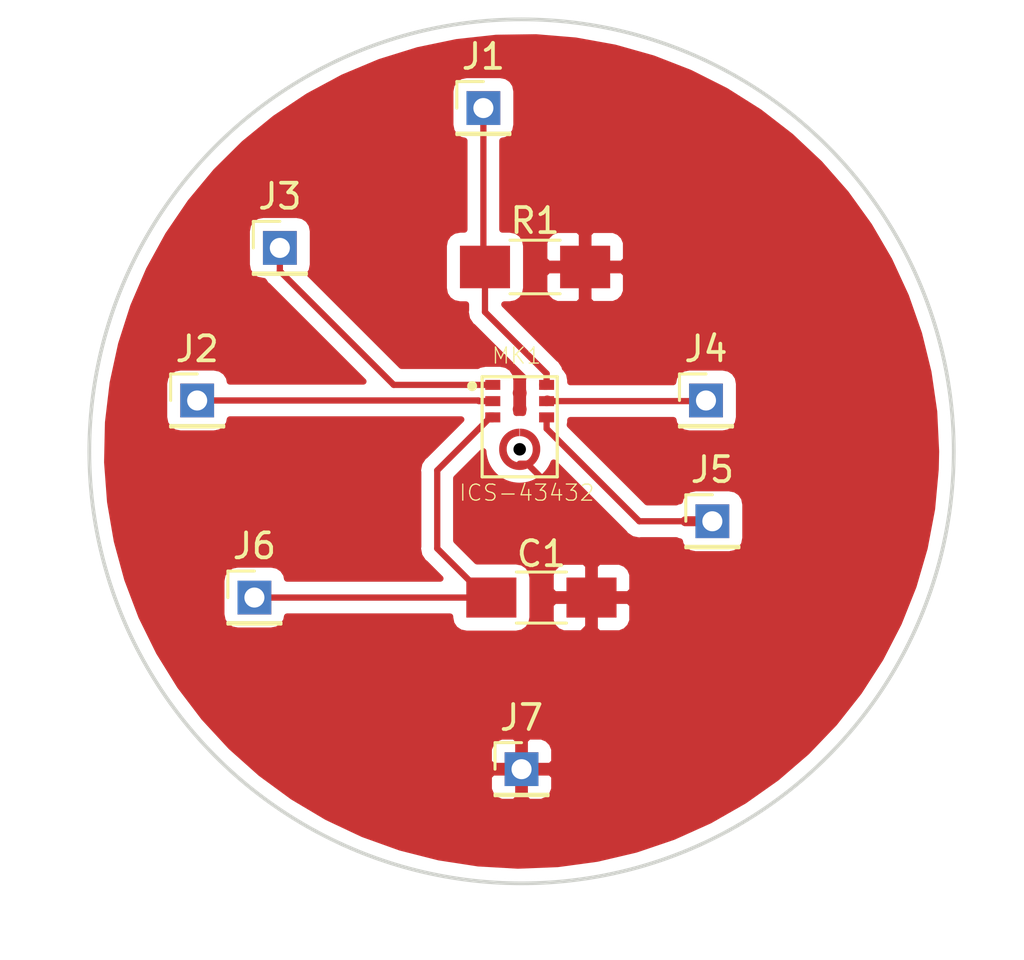
<source format=kicad_pcb>
(kicad_pcb (version 20171130) (host pcbnew 5.0.0-rc2-unknown-2d812c2~65~ubuntu16.04.1)

  (general
    (thickness 1.6)
    (drawings 1)
    (tracks 40)
    (zones 0)
    (modules 10)
    (nets 8)
  )

  (page A4)
  (title_block
    (title "Mems ICS-43432")
    (date 2018-05-23)
    (rev 1.0)
    (company AAC)
    (comment 1 "Author: jgv")
  )

  (layers
    (0 F.Cu signal)
    (31 B.Cu signal)
    (32 B.Adhes user)
    (33 F.Adhes user)
    (34 B.Paste user)
    (35 F.Paste user)
    (36 B.SilkS user)
    (37 F.SilkS user)
    (38 B.Mask user)
    (39 F.Mask user)
    (40 Dwgs.User user)
    (41 Cmts.User user)
    (42 Eco1.User user)
    (43 Eco2.User user)
    (44 Edge.Cuts user)
    (45 Margin user)
    (46 B.CrtYd user)
    (47 F.CrtYd user)
    (48 B.Fab user)
    (49 F.Fab user)
  )

  (setup
    (last_trace_width 0.25)
    (user_trace_width 0.4)
    (trace_clearance 0.2)
    (zone_clearance 0.508)
    (zone_45_only no)
    (trace_min 0.2)
    (segment_width 0.2)
    (edge_width 0.15)
    (via_size 0.6)
    (via_drill 0.4)
    (via_min_size 0.4)
    (via_min_drill 0.3)
    (uvia_size 0.3)
    (uvia_drill 0.1)
    (uvias_allowed no)
    (uvia_min_size 0.2)
    (uvia_min_drill 0.1)
    (pcb_text_width 0)
    (pcb_text_size 0 0)
    (mod_edge_width 0.15)
    (mod_text_size 1 1)
    (mod_text_width 0.15)
    (pad_size 1.524 1.524)
    (pad_drill 0.762)
    (pad_to_mask_clearance 0.2)
    (aux_axis_origin 0 0)
    (visible_elements FFFFFF7F)
    (pcbplotparams
      (layerselection 0x010f0_ffffffff)
      (usegerberextensions true)
      (usegerberattributes false)
      (usegerberadvancedattributes false)
      (creategerberjobfile false)
      (excludeedgelayer true)
      (linewidth 0.100000)
      (plotframeref false)
      (viasonmask false)
      (mode 1)
      (useauxorigin false)
      (hpglpennumber 1)
      (hpglpenspeed 20)
      (hpglpendiameter 15)
      (psnegative false)
      (psa4output false)
      (plotreference true)
      (plotvalue false)
      (plotinvisibletext false)
      (padsonsilk false)
      (subtractmaskfromsilk false)
      (outputformat 1)
      (mirror false)
      (drillshape 0)
      (scaleselection 1)
      (outputdirectory GERBER/))
  )

  (net 0 "")
  (net 1 GND)
  (net 2 VCC)
  (net 3 "Net-(J1-Pad1)")
  (net 4 "Net-(J2-Pad1)")
  (net 5 "Net-(J3-Pad1)")
  (net 6 "Net-(J4-Pad1)")
  (net 7 "Net-(J5-Pad1)")

  (net_class Default "This is the default net class."
    (clearance 0.2)
    (trace_width 0.25)
    (via_dia 0.6)
    (via_drill 0.4)
    (uvia_dia 0.3)
    (uvia_drill 0.1)
    (add_net GND)
    (add_net "Net-(J1-Pad1)")
    (add_net "Net-(J2-Pad1)")
    (add_net "Net-(J3-Pad1)")
    (add_net "Net-(J4-Pad1)")
    (add_net "Net-(J5-Pad1)")
    (add_net VCC)
  )

  (module ICS-43432:MIC_ICS-43432 (layer F.Cu) (tedit 0) (tstamp 5B05D589)
    (at 157.914484 99.847382)
    (path /5B034021)
    (attr smd)
    (fp_text reference MK1 (at -0.125041 -1.81571) (layer F.SilkS)
      (effects (font (size 0.643294 0.643294) (thickness 0.05)))
    )
    (fp_text value ICS-43432 (at 0.283439 3.66222) (layer F.SilkS)
      (effects (font (size 0.64327 0.64327) (thickness 0.05)))
    )
    (fp_line (start 1.5 -0.975) (end 1.5 3.025) (layer Dwgs.User) (width 0.127))
    (fp_line (start 1.5 3.025) (end -1.5 3.025) (layer Dwgs.User) (width 0.127))
    (fp_line (start -1.5 3.025) (end -1.5 -0.975) (layer Dwgs.User) (width 0.127))
    (fp_line (start -1.5 -0.975) (end 1.5 -0.975) (layer Dwgs.User) (width 0.127))
    (fp_line (start 1.5 -0.975) (end 1.5 3.025) (layer F.SilkS) (width 0.127))
    (fp_line (start 1.5 3.025) (end -1.5 3.025) (layer F.SilkS) (width 0.127))
    (fp_line (start -1.5 3.025) (end -1.5 -0.975) (layer F.SilkS) (width 0.127))
    (fp_line (start -1.5 -0.975) (end 1.5 -0.975) (layer F.SilkS) (width 0.127))
    (fp_line (start 1.75 -1.225) (end 1.75 3.275) (layer Dwgs.User) (width 0.05))
    (fp_line (start 1.75 3.275) (end -1.75 3.275) (layer Dwgs.User) (width 0.05))
    (fp_line (start -1.75 3.275) (end -1.75 -1.225) (layer Dwgs.User) (width 0.05))
    (fp_line (start -1.75 -1.225) (end 1.75 -1.225) (layer Dwgs.User) (width 0.05))
    (fp_circle (center -1.9 -0.6) (end -1.8 -0.6) (layer F.SilkS) (width 0.2))
    (fp_poly (pts (xy -0.825 -0.8) (xy -0.825 -0.5) (xy -1.325 -0.5) (xy -1.325 -0.8)) (layer F.Paste) (width 0.0001))
    (fp_poly (pts (xy -0.825 -0.15) (xy -0.825 0.15) (xy -1.325 0.15) (xy -1.325 -0.15)) (layer F.Paste) (width 0.0001))
    (fp_poly (pts (xy -0.825 0.5) (xy -0.825 0.8) (xy -1.325 0.8) (xy -1.325 0.5)) (layer F.Paste) (width 0.0001))
    (fp_poly (pts (xy 1.325 -0.8) (xy 1.325 -0.5) (xy 0.825 -0.5) (xy 0.825 -0.8)) (layer F.Paste) (width 0.0001))
    (fp_poly (pts (xy 1.325 -0.15) (xy 1.325 0.15) (xy 0.825 0.15) (xy 0.825 -0.15)) (layer F.Paste) (width 0.0001))
    (fp_poly (pts (xy 1.325 0.5) (xy 1.325 0.8) (xy 0.825 0.8) (xy 0.825 0.5)) (layer F.Paste) (width 0.0001))
    (fp_poly (pts (xy 0.05 1.345) (xy 0.065392 1.34634) (xy 0.092184 1.34995) (xy 0.118778 1.3548)
      (xy 0.145119 1.36088) (xy 0.171148 1.36818) (xy 0.196809 1.37668) (xy 0.222047 1.38637)
      (xy 0.246806 1.39722) (xy 0.271034 1.40921) (xy 0.294678 1.42232) (xy 0.317687 1.43651)
      (xy 0.34001 1.45176) (xy 0.3616 1.46803) (xy 0.382409 1.48528) (xy 0.402393 1.50349)
      (xy 0.421509 1.5226) (xy 0.439714 1.54259) (xy 0.45697 1.5634) (xy 0.473239 1.58499)
      (xy 0.488486 1.60731) (xy 0.502678 1.63032) (xy 0.515784 1.65396) (xy 0.527776 1.67819)
      (xy 0.538628 1.70295) (xy 0.548316 1.72819) (xy 0.556819 1.75385) (xy 0.564119 1.77988)
      (xy 0.5702 1.80622) (xy 0.575049 1.83281) (xy 0.578656 1.8596) (xy 0.58 1.875)
      (xy 0.82 1.875) (xy 0.819526 1.8608) (xy 0.81611 1.82067) (xy 0.810691 1.78077)
      (xy 0.803283 1.74118) (xy 0.793905 1.70202) (xy 0.78258 1.66337) (xy 0.769337 1.62534)
      (xy 0.754208 1.58802) (xy 0.737231 1.55151) (xy 0.71845 1.51588) (xy 0.69791 1.48124)
      (xy 0.675664 1.44768) (xy 0.651767 1.41526) (xy 0.626278 1.38408) (xy 0.599263 1.35422)
      (xy 0.570787 1.32574) (xy 0.540923 1.29873) (xy 0.509745 1.27324) (xy 0.477332 1.24934)
      (xy 0.443764 1.22709) (xy 0.409125 1.20655) (xy 0.373502 1.18777) (xy 0.336985 1.1708)
      (xy 0.299664 1.15567) (xy 0.261634 1.14242) (xy 0.222988 1.1311) (xy 0.183825 1.12172)
      (xy 0.144242 1.11431) (xy 0.104337 1.10889) (xy 0.064212 1.10547) (xy 0.05 1.105)) (layer F.Paste) (width 0.001))
    (fp_poly (pts (xy -0.58 1.875) (xy -0.578657 1.85961) (xy -0.57505 1.83282) (xy -0.570201 1.80622)
      (xy -0.56412 1.77988) (xy -0.55682 1.75385) (xy -0.548317 1.72819) (xy -0.538629 1.70295)
      (xy -0.527778 1.67819) (xy -0.515786 1.65397) (xy -0.502681 1.63032) (xy -0.488489 1.60731)
      (xy -0.473242 1.58499) (xy -0.456973 1.5634) (xy -0.439717 1.54259) (xy -0.421512 1.52261)
      (xy -0.402397 1.50349) (xy -0.382413 1.48529) (xy -0.361604 1.46803) (xy -0.340014 1.45176)
      (xy -0.317691 1.43651) (xy -0.294682 1.42232) (xy -0.271039 1.40922) (xy -0.246811 1.39722)
      (xy -0.222051 1.38637) (xy -0.196814 1.37668) (xy -0.171152 1.36818) (xy -0.145124 1.36088)
      (xy -0.118783 1.3548) (xy -0.092189 1.34995) (xy -0.065397 1.34634) (xy -0.05 1.345)
      (xy -0.05 1.105) (xy -0.064203 1.10547) (xy -0.104329 1.10889) (xy -0.144233 1.11431)
      (xy -0.183817 1.12172) (xy -0.22298 1.13109) (xy -0.261626 1.14242) (xy -0.299657 1.15566)
      (xy -0.336977 1.17079) (xy -0.373495 1.18777) (xy -0.409118 1.20655) (xy -0.443757 1.22709)
      (xy -0.477325 1.24934) (xy -0.509739 1.27323) (xy -0.540917 1.29872) (xy -0.570781 1.32574)
      (xy -0.599257 1.35421) (xy -0.626273 1.38408) (xy -0.651762 1.41525) (xy -0.675659 1.44767)
      (xy -0.697906 1.48124) (xy -0.718446 1.51587) (xy -0.737228 1.5515) (xy -0.754205 1.58801)
      (xy -0.769334 1.62534) (xy -0.782578 1.66337) (xy -0.793903 1.70201) (xy -0.803281 1.74117)
      (xy -0.810689 1.78076) (xy -0.816109 1.82066) (xy -0.819525 1.86079) (xy -0.82 1.875)) (layer F.Paste) (width 0.001))
    (fp_poly (pts (xy -0.05 2.505) (xy -0.065392 2.50366) (xy -0.092184 2.50005) (xy -0.118778 2.4952)
      (xy -0.145119 2.48912) (xy -0.171148 2.48182) (xy -0.196809 2.47332) (xy -0.222047 2.46363)
      (xy -0.246806 2.45278) (xy -0.271034 2.44079) (xy -0.294678 2.42768) (xy -0.317687 2.41349)
      (xy -0.34001 2.39824) (xy -0.3616 2.38197) (xy -0.382409 2.36472) (xy -0.402393 2.34651)
      (xy -0.421509 2.3274) (xy -0.439714 2.30741) (xy -0.45697 2.2866) (xy -0.473239 2.26501)
      (xy -0.488486 2.24269) (xy -0.502678 2.21968) (xy -0.515784 2.19604) (xy -0.527776 2.17181)
      (xy -0.538628 2.14705) (xy -0.548316 2.12181) (xy -0.556819 2.09615) (xy -0.564119 2.07012)
      (xy -0.5702 2.04378) (xy -0.575049 2.01719) (xy -0.578656 1.9904) (xy -0.58 1.975)
      (xy -0.82 1.975) (xy -0.819526 1.9892) (xy -0.81611 2.02933) (xy -0.810691 2.06923)
      (xy -0.803283 2.10882) (xy -0.793905 2.14798) (xy -0.78258 2.18663) (xy -0.769337 2.22466)
      (xy -0.754208 2.26198) (xy -0.737231 2.29849) (xy -0.71845 2.33412) (xy -0.69791 2.36876)
      (xy -0.675664 2.40232) (xy -0.651767 2.43474) (xy -0.626278 2.46592) (xy -0.599263 2.49578)
      (xy -0.570787 2.52426) (xy -0.540923 2.55127) (xy -0.509745 2.57676) (xy -0.477332 2.60066)
      (xy -0.443764 2.62291) (xy -0.409125 2.64345) (xy -0.373502 2.66223) (xy -0.336985 2.6792)
      (xy -0.299664 2.69433) (xy -0.261634 2.70758) (xy -0.222988 2.7189) (xy -0.183825 2.72828)
      (xy -0.144242 2.73569) (xy -0.104337 2.74111) (xy -0.064212 2.74453) (xy -0.05 2.745)) (layer F.Paste) (width 0.001))
    (fp_poly (pts (xy 0.58 1.975) (xy 0.578657 1.99039) (xy 0.57505 2.01718) (xy 0.570201 2.04378)
      (xy 0.56412 2.07012) (xy 0.55682 2.09615) (xy 0.548317 2.12181) (xy 0.538629 2.14705)
      (xy 0.527778 2.17181) (xy 0.515786 2.19603) (xy 0.502681 2.21968) (xy 0.488489 2.24269)
      (xy 0.473242 2.26501) (xy 0.456973 2.2866) (xy 0.439717 2.30741) (xy 0.421512 2.32739)
      (xy 0.402397 2.34651) (xy 0.382413 2.36471) (xy 0.361604 2.38197) (xy 0.340014 2.39824)
      (xy 0.317691 2.41349) (xy 0.294682 2.42768) (xy 0.271039 2.44078) (xy 0.246811 2.45278)
      (xy 0.222051 2.46363) (xy 0.196814 2.47332) (xy 0.171152 2.48182) (xy 0.145124 2.48912)
      (xy 0.118783 2.4952) (xy 0.092189 2.50005) (xy 0.065397 2.50366) (xy 0.05 2.505)
      (xy 0.05 2.745) (xy 0.064203 2.74453) (xy 0.104329 2.74111) (xy 0.144233 2.73569)
      (xy 0.183817 2.72828) (xy 0.22298 2.71891) (xy 0.261626 2.70758) (xy 0.299657 2.69434)
      (xy 0.336977 2.67921) (xy 0.373495 2.66223) (xy 0.409118 2.64345) (xy 0.443757 2.62291)
      (xy 0.477325 2.60066) (xy 0.509739 2.57677) (xy 0.540917 2.55128) (xy 0.570781 2.52426)
      (xy 0.599257 2.49579) (xy 0.626273 2.46592) (xy 0.651762 2.43475) (xy 0.675659 2.40233)
      (xy 0.697906 2.36876) (xy 0.718446 2.33413) (xy 0.737228 2.2985) (xy 0.754205 2.26199)
      (xy 0.769334 2.22466) (xy 0.782578 2.18663) (xy 0.793903 2.14799) (xy 0.803281 2.10883)
      (xy 0.810689 2.06924) (xy 0.816109 2.02934) (xy 0.819525 1.98921) (xy 0.82 1.975)) (layer F.Paste) (width 0.001))
    (fp_poly (pts (xy -0.01 1.1) (xy -0.01 1.4) (xy -0.02 1.4) (xy -0.03309 1.4)
      (xy -0.05924 1.40137) (xy -0.085283 1.40411) (xy -0.111146 1.4082) (xy -0.13676 1.41365)
      (xy -0.162053 1.42043) (xy -0.186958 1.42852) (xy -0.211405 1.4379) (xy -0.235327 1.44855)
      (xy -0.258658 1.46044) (xy -0.281336 1.47353) (xy -0.303298 1.48779) (xy -0.324483 1.50319)
      (xy -0.344833 1.51966) (xy -0.364293 1.53719) (xy -0.382809 1.5557) (xy -0.400331 1.57516)
      (xy -0.416811 1.59551) (xy -0.432203 1.6167) (xy -0.446465 1.63866) (xy -0.459558 1.66134)
      (xy -0.471446 1.68467) (xy -0.482097 1.70859) (xy -0.491481 1.73304) (xy -0.499573 1.75794)
      (xy -0.506351 1.78323) (xy -0.511795 1.80885) (xy -0.515892 1.83471) (xy -0.518629 1.86075)
      (xy -0.52 1.8869) (xy -0.52 1.9) (xy -0.52 1.93) (xy -0.52 1.94361)
      (xy -0.518575 1.97081) (xy -0.515728 1.99789) (xy -0.511468 2.02479) (xy -0.505806 2.05143)
      (xy -0.498758 2.07774) (xy -0.490343 2.10364) (xy -0.480583 2.12906) (xy -0.469507 2.15394)
      (xy -0.457143 2.1782) (xy -0.443526 2.20179) (xy -0.428694 2.22463) (xy -0.412687 2.24666)
      (xy -0.395549 2.26783) (xy -0.377326 2.28806) (xy -0.358069 2.30732) (xy -0.337831 2.32554)
      (xy -0.316667 2.34268) (xy -0.294635 2.35869) (xy -0.271795 2.37352) (xy -0.24821 2.38714)
      (xy -0.223945 2.3995) (xy -0.199066 2.41058) (xy -0.173642 2.42034) (xy -0.147742 2.42876)
      (xy -0.121436 2.4358) (xy -0.094798 2.44147) (xy -0.0679 2.44573) (xy -0.040816 2.44857)
      (xy -0.01362 2.45) (xy 0 2.45) (xy 0.01 2.45) (xy 0.023352 2.45)
      (xy 0.050025 2.4486) (xy 0.076588 2.44581) (xy 0.102969 2.44163) (xy 0.129095 2.43608)
      (xy 0.154895 2.42917) (xy 0.180297 2.42091) (xy 0.205233 2.41134) (xy 0.229633 2.40048)
      (xy 0.253432 2.38835) (xy 0.276563 2.375) (xy 0.298964 2.36045) (xy 0.320572 2.34475)
      (xy 0.34133 2.32794) (xy 0.361179 2.31007) (xy 0.380066 2.29118) (xy 0.397938 2.27133)
      (xy 0.414747 2.25058) (xy 0.430447 2.22897) (xy 0.444994 2.20657) (xy 0.458349 2.18344)
      (xy 0.470475 2.15964) (xy 0.481339 2.13524) (xy 0.490911 2.1103) (xy 0.499165 2.0849)
      (xy 0.506078 2.0591) (xy 0.511631 2.03297) (xy 0.51581 2.00659) (xy 0.518602 1.98003)
      (xy 0.52 1.95336) (xy 0.52 1.94) (xy 0.52 1.91) (xy 0.52 1.89665)
      (xy 0.518602 1.86998) (xy 0.515811 1.84341) (xy 0.511632 1.81703) (xy 0.506079 1.79091)
      (xy 0.499166 1.76511) (xy 0.490913 1.7397) (xy 0.481341 1.71477) (xy 0.470478 1.69037)
      (xy 0.458352 1.66657) (xy 0.444997 1.64344) (xy 0.43045 1.62104) (xy 0.414751 1.59943)
      (xy 0.397942 1.57867) (xy 0.38007 1.55882) (xy 0.361183 1.53993) (xy 0.341334 1.52206)
      (xy 0.320577 1.50525) (xy 0.298969 1.48955) (xy 0.276568 1.47501) (xy 0.253437 1.46165)
      (xy 0.229639 1.44953) (xy 0.205238 1.43866) (xy 0.180303 1.42909) (xy 0.1549 1.42084)
      (xy 0.129101 1.41392) (xy 0.102975 1.40837) (xy 0.076594 1.40419) (xy 0.050031 1.4014)
      (xy 0.023358 1.4) (xy 0.01 1.4) (xy 0.01 1.1) (xy 0.02 1.1)
      (xy 0.040944 1.1) (xy 0.082784 1.10219) (xy 0.124452 1.10657) (xy 0.165834 1.11313)
      (xy 0.206816 1.12184) (xy 0.247286 1.13268) (xy 0.287132 1.14563) (xy 0.326247 1.16064)
      (xy 0.364523 1.17768) (xy 0.401854 1.1967) (xy 0.438138 1.21765) (xy 0.473276 1.24047)
      (xy 0.507172 1.2651) (xy 0.539733 1.29146) (xy 0.570869 1.3195) (xy 0.600495 1.34912)
      (xy 0.62853 1.38026) (xy 0.654897 1.41282) (xy 0.679524 1.44672) (xy 0.702343 1.48185)
      (xy 0.723292 1.51814) (xy 0.742314 1.55547) (xy 0.759355 1.59374) (xy 0.77437 1.63286)
      (xy 0.787317 1.67271) (xy 0.798161 1.71318) (xy 0.806873 1.75416) (xy 0.813427 1.79554)
      (xy 0.817807 1.83721) (xy 0.82 1.87905) (xy 0.82 1.9) (xy 0.82 1.93)
      (xy 0.82 1.95147) (xy 0.817753 1.99435) (xy 0.813264 2.03706) (xy 0.806546 2.07948)
      (xy 0.797618 2.12149) (xy 0.786503 2.16297) (xy 0.773233 2.20381) (xy 0.757843 2.2439)
      (xy 0.740376 2.28314) (xy 0.720879 2.3214) (xy 0.699407 2.35859) (xy 0.676018 2.39461)
      (xy 0.650776 2.42935) (xy 0.62375 2.46273) (xy 0.595014 2.49464) (xy 0.564648 2.52501)
      (xy 0.532734 2.55374) (xy 0.499359 2.58077) (xy 0.464616 2.60601) (xy 0.4286 2.6294)
      (xy 0.391409 2.65087) (xy 0.353144 2.67037) (xy 0.313912 2.68784) (xy 0.27382 2.70323)
      (xy 0.232977 2.7165) (xy 0.191496 2.72762) (xy 0.149489 2.73654) (xy 0.107073 2.74326)
      (xy 0.064363 2.74775) (xy 0.021477 2.75) (xy 0 2.75) (xy -0.01 2.75)
      (xy -0.031206 2.75) (xy -0.073569 2.74778) (xy -0.115758 2.74335) (xy -0.157657 2.73671)
      (xy -0.199151 2.72789) (xy -0.240127 2.71691) (xy -0.280472 2.7038) (xy -0.320075 2.6886)
      (xy -0.358829 2.67135) (xy -0.396627 2.65209) (xy -0.433365 2.63088) (xy -0.468942 2.60777)
      (xy -0.503262 2.58284) (xy -0.536229 2.55614) (xy -0.567755 2.52776) (xy -0.597751 2.49776)
      (xy -0.626137 2.46624) (xy -0.652833 2.43327) (xy -0.677768 2.39895) (xy -0.700873 2.36337)
      (xy -0.722083 2.32664) (xy -0.741342 2.28884) (xy -0.758597 2.25008) (xy -0.7738 2.21048)
      (xy -0.786909 2.17014) (xy -0.797888 2.12916) (xy -0.806708 2.08767) (xy -0.813345 2.04577)
      (xy -0.817779 2.00358) (xy -0.82 1.96122) (xy -0.82 1.94) (xy -0.82 1.91)
      (xy -0.82 1.88879) (xy -0.81778 1.84643) (xy -0.813346 1.80424) (xy -0.80671 1.76234)
      (xy -0.797891 1.72085) (xy -0.786911 1.67987) (xy -0.773803 1.63953) (xy -0.758601 1.59992)
      (xy -0.741347 1.56117) (xy -0.722088 1.52337) (xy -0.700878 1.48664) (xy -0.677774 1.45106)
      (xy -0.652839 1.41674) (xy -0.626143 1.38377) (xy -0.597758 1.35225) (xy -0.567762 1.32225)
      (xy -0.536237 1.29386) (xy -0.50327 1.26717) (xy -0.46895 1.24223) (xy -0.433373 1.21913)
      (xy -0.396635 1.19792) (xy -0.358838 1.17866) (xy -0.320084 1.1614) (xy -0.280481 1.1462)
      (xy -0.240136 1.13309) (xy -0.19916 1.12211) (xy -0.157666 1.11329) (xy -0.115767 1.10666)
      (xy -0.073579 1.10222) (xy -0.031215 1.1)) (layer F.Cu) (width 0.001))
    (pad 1 smd rect (at -1.075 -0.65) (size 0.6 0.4) (layers F.Cu F.Paste F.Mask)
      (net 5 "Net-(J3-Pad1)"))
    (pad 4 smd rect (at 0 2.5 270) (size 0.1 0.1) (layers F.Cu F.Paste F.Mask)
      (net 1 GND))
    (pad 2 smd rect (at -1.075 0) (size 0.6 0.4) (layers F.Cu F.Paste F.Mask)
      (net 4 "Net-(J2-Pad1)"))
    (pad 3 smd rect (at -1.075 0.65) (size 0.6 0.4) (layers F.Cu F.Paste F.Mask)
      (net 2 VCC))
    (pad 7 smd rect (at 1.075 -0.65) (size 0.6 0.4) (layers F.Cu F.Paste F.Mask)
      (net 3 "Net-(J1-Pad1)"))
    (pad 6 smd rect (at 1.075 0) (size 0.6 0.4) (layers F.Cu F.Paste F.Mask)
      (net 6 "Net-(J4-Pad1)"))
    (pad 5 smd rect (at 1.075 0.65) (size 0.6 0.4) (layers F.Cu F.Paste F.Mask)
      (net 7 "Net-(J5-Pad1)"))
    (pad Hole np_thru_hole circle (at 0 1.925) (size 0.5 0.5) (drill 0.5) (layers))
  )

  (module Capacitors_SMD:C_1206_HandSoldering (layer F.Cu) (tedit 58AA84D1) (tstamp 5B05D4D2)
    (at 158.782 107.696)
    (descr "Capacitor SMD 1206, hand soldering")
    (tags "capacitor 1206")
    (path /5B034554)
    (attr smd)
    (fp_text reference C1 (at 0 -1.75) (layer F.SilkS)
      (effects (font (size 1 1) (thickness 0.15)))
    )
    (fp_text value 0.1uF (at 0 2) (layer F.Fab)
      (effects (font (size 1 1) (thickness 0.15)))
    )
    (fp_line (start 3.25 1.05) (end -3.25 1.05) (layer F.CrtYd) (width 0.05))
    (fp_line (start 3.25 1.05) (end 3.25 -1.05) (layer F.CrtYd) (width 0.05))
    (fp_line (start -3.25 -1.05) (end -3.25 1.05) (layer F.CrtYd) (width 0.05))
    (fp_line (start -3.25 -1.05) (end 3.25 -1.05) (layer F.CrtYd) (width 0.05))
    (fp_line (start -1 1.02) (end 1 1.02) (layer F.SilkS) (width 0.12))
    (fp_line (start 1 -1.02) (end -1 -1.02) (layer F.SilkS) (width 0.12))
    (fp_line (start -1.6 -0.8) (end 1.6 -0.8) (layer F.Fab) (width 0.1))
    (fp_line (start 1.6 -0.8) (end 1.6 0.8) (layer F.Fab) (width 0.1))
    (fp_line (start 1.6 0.8) (end -1.6 0.8) (layer F.Fab) (width 0.1))
    (fp_line (start -1.6 0.8) (end -1.6 -0.8) (layer F.Fab) (width 0.1))
    (fp_text user %R (at 0 -1.75) (layer F.Fab)
      (effects (font (size 1 1) (thickness 0.15)))
    )
    (pad 2 smd rect (at 2 0) (size 2 1.6) (layers F.Cu F.Paste F.Mask)
      (net 1 GND))
    (pad 1 smd rect (at -2 0) (size 2 1.6) (layers F.Cu F.Paste F.Mask)
      (net 2 VCC))
    (model Capacitors_SMD.3dshapes/C_1206.wrl
      (at (xyz 0 0 0))
      (scale (xyz 1 1 1))
      (rotate (xyz 0 0 0))
    )
  )

  (module Pin_Headers:Pin_Header_Straight_1x01_Pitch2.00mm (layer F.Cu) (tedit 5B05F4CD) (tstamp 5B05E637)
    (at 156.464 88.138)
    (descr "Through hole straight pin header, 1x01, 2.00mm pitch, single row")
    (tags "Through hole pin header THT 1x01 2.00mm single row")
    (path /5B0350A3)
    (fp_text reference J1 (at 0 -2.06) (layer F.SilkS)
      (effects (font (size 1 1) (thickness 0.15)))
    )
    (fp_text value SD (at 0 2.54) (layer F.Fab)
      (effects (font (size 1 1) (thickness 0.15)))
    )
    (fp_line (start -0.5 -1) (end 1 -1) (layer F.Fab) (width 0.1))
    (fp_line (start 1 -1) (end 1 1) (layer F.Fab) (width 0.1))
    (fp_line (start 1 1) (end -1 1) (layer F.Fab) (width 0.1))
    (fp_line (start -1 1) (end -1 -0.5) (layer F.Fab) (width 0.1))
    (fp_line (start -1 -0.5) (end -0.5 -1) (layer F.Fab) (width 0.1))
    (fp_line (start -1.06 1.06) (end 1.06 1.06) (layer F.SilkS) (width 0.12))
    (fp_line (start -1.06 1) (end -1.06 1.06) (layer F.SilkS) (width 0.12))
    (fp_line (start 1.06 1) (end 1.06 1.06) (layer F.SilkS) (width 0.12))
    (fp_line (start -1.06 1) (end 1.06 1) (layer F.SilkS) (width 0.12))
    (fp_line (start -1.06 0) (end -1.06 -1.06) (layer F.SilkS) (width 0.12))
    (fp_line (start -1.06 -1.06) (end 0 -1.06) (layer F.SilkS) (width 0.12))
    (fp_line (start -1.5 -1.5) (end -1.5 1.5) (layer F.CrtYd) (width 0.05))
    (fp_line (start -1.5 1.5) (end 1.5 1.5) (layer F.CrtYd) (width 0.05))
    (fp_line (start 1.5 1.5) (end 1.5 -1.5) (layer F.CrtYd) (width 0.05))
    (fp_line (start 1.5 -1.5) (end -1.5 -1.5) (layer F.CrtYd) (width 0.05))
    (fp_text user %R (at 0 0 90) (layer F.Fab)
      (effects (font (size 1 1) (thickness 0.15)))
    )
    (pad 1 thru_hole rect (at 0 0) (size 1.35 1.35) (drill 0.8) (layers *.Cu *.Mask)
      (net 3 "Net-(J1-Pad1)"))
    (model ${KISYS3DMOD}/Pin_Headers.3dshapes/Pin_Header_Straight_1x01_Pitch2.00mm.wrl
      (at (xyz 0 0 0))
      (scale (xyz 1 1 1))
      (rotate (xyz 0 0 0))
    )
  )

  (module Pin_Headers:Pin_Header_Straight_1x01_Pitch2.00mm (layer F.Cu) (tedit 5B05F4D9) (tstamp 5B05D4FC)
    (at 145.034 99.822)
    (descr "Through hole straight pin header, 1x01, 2.00mm pitch, single row")
    (tags "Through hole pin header THT 1x01 2.00mm single row")
    (path /5B034F96)
    (fp_text reference J2 (at 0 -2.06) (layer F.SilkS)
      (effects (font (size 1 1) (thickness 0.15)))
    )
    (fp_text value CONFIG (at 0 2.54) (layer F.Fab)
      (effects (font (size 1 1) (thickness 0.15)))
    )
    (fp_line (start -0.5 -1) (end 1 -1) (layer F.Fab) (width 0.1))
    (fp_line (start 1 -1) (end 1 1) (layer F.Fab) (width 0.1))
    (fp_line (start 1 1) (end -1 1) (layer F.Fab) (width 0.1))
    (fp_line (start -1 1) (end -1 -0.5) (layer F.Fab) (width 0.1))
    (fp_line (start -1 -0.5) (end -0.5 -1) (layer F.Fab) (width 0.1))
    (fp_line (start -1.06 1.06) (end 1.06 1.06) (layer F.SilkS) (width 0.12))
    (fp_line (start -1.06 1) (end -1.06 1.06) (layer F.SilkS) (width 0.12))
    (fp_line (start 1.06 1) (end 1.06 1.06) (layer F.SilkS) (width 0.12))
    (fp_line (start -1.06 1) (end 1.06 1) (layer F.SilkS) (width 0.12))
    (fp_line (start -1.06 0) (end -1.06 -1.06) (layer F.SilkS) (width 0.12))
    (fp_line (start -1.06 -1.06) (end 0 -1.06) (layer F.SilkS) (width 0.12))
    (fp_line (start -1.5 -1.5) (end -1.5 1.5) (layer F.CrtYd) (width 0.05))
    (fp_line (start -1.5 1.5) (end 1.5 1.5) (layer F.CrtYd) (width 0.05))
    (fp_line (start 1.5 1.5) (end 1.5 -1.5) (layer F.CrtYd) (width 0.05))
    (fp_line (start 1.5 -1.5) (end -1.5 -1.5) (layer F.CrtYd) (width 0.05))
    (fp_text user %R (at 0 0 90) (layer F.Fab)
      (effects (font (size 1 1) (thickness 0.15)))
    )
    (pad 1 thru_hole rect (at 0 0) (size 1.35 1.35) (drill 0.8) (layers *.Cu *.Mask)
      (net 4 "Net-(J2-Pad1)"))
    (model ${KISYS3DMOD}/Pin_Headers.3dshapes/Pin_Header_Straight_1x01_Pitch2.00mm.wrl
      (at (xyz 0 0 0))
      (scale (xyz 1 1 1))
      (rotate (xyz 0 0 0))
    )
  )

  (module Pin_Headers:Pin_Header_Straight_1x01_Pitch2.00mm (layer F.Cu) (tedit 5B05F4F7) (tstamp 5B05D511)
    (at 148.336 93.726)
    (descr "Through hole straight pin header, 1x01, 2.00mm pitch, single row")
    (tags "Through hole pin header THT 1x01 2.00mm single row")
    (path /5B034E17)
    (fp_text reference J3 (at 0 -2.06) (layer F.SilkS)
      (effects (font (size 1 1) (thickness 0.15)))
    )
    (fp_text value LR (at 0 2.54) (layer F.Fab)
      (effects (font (size 1 1) (thickness 0.15)))
    )
    (fp_text user %R (at 0 0 90) (layer F.Fab)
      (effects (font (size 1 1) (thickness 0.15)))
    )
    (fp_line (start 1.5 -1.5) (end -1.5 -1.5) (layer F.CrtYd) (width 0.05))
    (fp_line (start 1.5 1.5) (end 1.5 -1.5) (layer F.CrtYd) (width 0.05))
    (fp_line (start -1.5 1.5) (end 1.5 1.5) (layer F.CrtYd) (width 0.05))
    (fp_line (start -1.5 -1.5) (end -1.5 1.5) (layer F.CrtYd) (width 0.05))
    (fp_line (start -1.06 -1.06) (end 0 -1.06) (layer F.SilkS) (width 0.12))
    (fp_line (start -1.06 0) (end -1.06 -1.06) (layer F.SilkS) (width 0.12))
    (fp_line (start -1.06 1) (end 1.06 1) (layer F.SilkS) (width 0.12))
    (fp_line (start 1.06 1) (end 1.06 1.06) (layer F.SilkS) (width 0.12))
    (fp_line (start -1.06 1) (end -1.06 1.06) (layer F.SilkS) (width 0.12))
    (fp_line (start -1.06 1.06) (end 1.06 1.06) (layer F.SilkS) (width 0.12))
    (fp_line (start -1 -0.5) (end -0.5 -1) (layer F.Fab) (width 0.1))
    (fp_line (start -1 1) (end -1 -0.5) (layer F.Fab) (width 0.1))
    (fp_line (start 1 1) (end -1 1) (layer F.Fab) (width 0.1))
    (fp_line (start 1 -1) (end 1 1) (layer F.Fab) (width 0.1))
    (fp_line (start -0.5 -1) (end 1 -1) (layer F.Fab) (width 0.1))
    (pad 1 thru_hole rect (at 0 0) (size 1.35 1.35) (drill 0.8) (layers *.Cu *.Mask)
      (net 5 "Net-(J3-Pad1)"))
    (model ${KISYS3DMOD}/Pin_Headers.3dshapes/Pin_Header_Straight_1x01_Pitch2.00mm.wrl
      (at (xyz 0 0 0))
      (scale (xyz 1 1 1))
      (rotate (xyz 0 0 0))
    )
  )

  (module Pin_Headers:Pin_Header_Straight_1x01_Pitch2.00mm (layer F.Cu) (tedit 5B05F510) (tstamp 5B05D526)
    (at 165.354 99.822)
    (descr "Through hole straight pin header, 1x01, 2.00mm pitch, single row")
    (tags "Through hole pin header THT 1x01 2.00mm single row")
    (path /5B035017)
    (fp_text reference J4 (at 0 -2.06) (layer F.SilkS)
      (effects (font (size 1 1) (thickness 0.15)))
    )
    (fp_text value SCK (at 3.81 0.254) (layer F.Fab)
      (effects (font (size 1 1) (thickness 0.15)))
    )
    (fp_text user %R (at 0 0 90) (layer F.Fab)
      (effects (font (size 1 1) (thickness 0.15)))
    )
    (fp_line (start 1.5 -1.5) (end -1.5 -1.5) (layer F.CrtYd) (width 0.05))
    (fp_line (start 1.5 1.5) (end 1.5 -1.5) (layer F.CrtYd) (width 0.05))
    (fp_line (start -1.5 1.5) (end 1.5 1.5) (layer F.CrtYd) (width 0.05))
    (fp_line (start -1.5 -1.5) (end -1.5 1.5) (layer F.CrtYd) (width 0.05))
    (fp_line (start -1.06 -1.06) (end 0 -1.06) (layer F.SilkS) (width 0.12))
    (fp_line (start -1.06 0) (end -1.06 -1.06) (layer F.SilkS) (width 0.12))
    (fp_line (start -1.06 1) (end 1.06 1) (layer F.SilkS) (width 0.12))
    (fp_line (start 1.06 1) (end 1.06 1.06) (layer F.SilkS) (width 0.12))
    (fp_line (start -1.06 1) (end -1.06 1.06) (layer F.SilkS) (width 0.12))
    (fp_line (start -1.06 1.06) (end 1.06 1.06) (layer F.SilkS) (width 0.12))
    (fp_line (start -1 -0.5) (end -0.5 -1) (layer F.Fab) (width 0.1))
    (fp_line (start -1 1) (end -1 -0.5) (layer F.Fab) (width 0.1))
    (fp_line (start 1 1) (end -1 1) (layer F.Fab) (width 0.1))
    (fp_line (start 1 -1) (end 1 1) (layer F.Fab) (width 0.1))
    (fp_line (start -0.5 -1) (end 1 -1) (layer F.Fab) (width 0.1))
    (pad 1 thru_hole rect (at 0 0) (size 1.35 1.35) (drill 0.8) (layers *.Cu *.Mask)
      (net 6 "Net-(J4-Pad1)"))
    (model ${KISYS3DMOD}/Pin_Headers.3dshapes/Pin_Header_Straight_1x01_Pitch2.00mm.wrl
      (at (xyz 0 0 0))
      (scale (xyz 1 1 1))
      (rotate (xyz 0 0 0))
    )
  )

  (module Pin_Headers:Pin_Header_Straight_1x01_Pitch2.00mm (layer F.Cu) (tedit 5B05F526) (tstamp 5B05D53B)
    (at 165.608 104.648)
    (descr "Through hole straight pin header, 1x01, 2.00mm pitch, single row")
    (tags "Through hole pin header THT 1x01 2.00mm single row")
    (path /5B035122)
    (fp_text reference J5 (at 0 -2.06) (layer F.SilkS)
      (effects (font (size 1 1) (thickness 0.15)))
    )
    (fp_text value WS (at 3.556 0.254) (layer F.Fab)
      (effects (font (size 1 1) (thickness 0.15)))
    )
    (fp_text user %R (at 0 0 90) (layer F.Fab)
      (effects (font (size 1 1) (thickness 0.15)))
    )
    (fp_line (start 1.5 -1.5) (end -1.5 -1.5) (layer F.CrtYd) (width 0.05))
    (fp_line (start 1.5 1.5) (end 1.5 -1.5) (layer F.CrtYd) (width 0.05))
    (fp_line (start -1.5 1.5) (end 1.5 1.5) (layer F.CrtYd) (width 0.05))
    (fp_line (start -1.5 -1.5) (end -1.5 1.5) (layer F.CrtYd) (width 0.05))
    (fp_line (start -1.06 -1.06) (end 0 -1.06) (layer F.SilkS) (width 0.12))
    (fp_line (start -1.06 0) (end -1.06 -1.06) (layer F.SilkS) (width 0.12))
    (fp_line (start -1.06 1) (end 1.06 1) (layer F.SilkS) (width 0.12))
    (fp_line (start 1.06 1) (end 1.06 1.06) (layer F.SilkS) (width 0.12))
    (fp_line (start -1.06 1) (end -1.06 1.06) (layer F.SilkS) (width 0.12))
    (fp_line (start -1.06 1.06) (end 1.06 1.06) (layer F.SilkS) (width 0.12))
    (fp_line (start -1 -0.5) (end -0.5 -1) (layer F.Fab) (width 0.1))
    (fp_line (start -1 1) (end -1 -0.5) (layer F.Fab) (width 0.1))
    (fp_line (start 1 1) (end -1 1) (layer F.Fab) (width 0.1))
    (fp_line (start 1 -1) (end 1 1) (layer F.Fab) (width 0.1))
    (fp_line (start -0.5 -1) (end 1 -1) (layer F.Fab) (width 0.1))
    (pad 1 thru_hole rect (at 0 0) (size 1.35 1.35) (drill 0.8) (layers *.Cu *.Mask)
      (net 7 "Net-(J5-Pad1)"))
    (model ${KISYS3DMOD}/Pin_Headers.3dshapes/Pin_Header_Straight_1x01_Pitch2.00mm.wrl
      (at (xyz 0 0 0))
      (scale (xyz 1 1 1))
      (rotate (xyz 0 0 0))
    )
  )

  (module Pin_Headers:Pin_Header_Straight_1x01_Pitch2.00mm (layer F.Cu) (tedit 5B05F539) (tstamp 5B05D550)
    (at 147.32 107.696)
    (descr "Through hole straight pin header, 1x01, 2.00mm pitch, single row")
    (tags "Through hole pin header THT 1x01 2.00mm single row")
    (path /5B0360BF)
    (fp_text reference J6 (at 0 -2.06) (layer F.SilkS)
      (effects (font (size 1 1) (thickness 0.15)))
    )
    (fp_text value VCC (at 0 2.54) (layer F.Fab)
      (effects (font (size 1 1) (thickness 0.15)))
    )
    (fp_line (start -0.5 -1) (end 1 -1) (layer F.Fab) (width 0.1))
    (fp_line (start 1 -1) (end 1 1) (layer F.Fab) (width 0.1))
    (fp_line (start 1 1) (end -1 1) (layer F.Fab) (width 0.1))
    (fp_line (start -1 1) (end -1 -0.5) (layer F.Fab) (width 0.1))
    (fp_line (start -1 -0.5) (end -0.5 -1) (layer F.Fab) (width 0.1))
    (fp_line (start -1.06 1.06) (end 1.06 1.06) (layer F.SilkS) (width 0.12))
    (fp_line (start -1.06 1) (end -1.06 1.06) (layer F.SilkS) (width 0.12))
    (fp_line (start 1.06 1) (end 1.06 1.06) (layer F.SilkS) (width 0.12))
    (fp_line (start -1.06 1) (end 1.06 1) (layer F.SilkS) (width 0.12))
    (fp_line (start -1.06 0) (end -1.06 -1.06) (layer F.SilkS) (width 0.12))
    (fp_line (start -1.06 -1.06) (end 0 -1.06) (layer F.SilkS) (width 0.12))
    (fp_line (start -1.5 -1.5) (end -1.5 1.5) (layer F.CrtYd) (width 0.05))
    (fp_line (start -1.5 1.5) (end 1.5 1.5) (layer F.CrtYd) (width 0.05))
    (fp_line (start 1.5 1.5) (end 1.5 -1.5) (layer F.CrtYd) (width 0.05))
    (fp_line (start 1.5 -1.5) (end -1.5 -1.5) (layer F.CrtYd) (width 0.05))
    (fp_text user %R (at 0 0 90) (layer F.Fab)
      (effects (font (size 1 1) (thickness 0.15)))
    )
    (pad 1 thru_hole rect (at 0 0) (size 1.35 1.35) (drill 0.8) (layers *.Cu *.Mask)
      (net 2 VCC))
    (model ${KISYS3DMOD}/Pin_Headers.3dshapes/Pin_Header_Straight_1x01_Pitch2.00mm.wrl
      (at (xyz 0 0 0))
      (scale (xyz 1 1 1))
      (rotate (xyz 0 0 0))
    )
  )

  (module Pin_Headers:Pin_Header_Straight_1x01_Pitch2.00mm (layer F.Cu) (tedit 5B05F542) (tstamp 5B05D9C4)
    (at 157.988 114.554)
    (descr "Through hole straight pin header, 1x01, 2.00mm pitch, single row")
    (tags "Through hole pin header THT 1x01 2.00mm single row")
    (path /5B03612A)
    (fp_text reference J7 (at 0 -2.06) (layer F.SilkS)
      (effects (font (size 1 1) (thickness 0.15)))
    )
    (fp_text value GND (at 0 2.54) (layer F.Fab)
      (effects (font (size 1 1) (thickness 0.15)))
    )
    (fp_text user %R (at 0 0 90) (layer F.Fab)
      (effects (font (size 1 1) (thickness 0.15)))
    )
    (fp_line (start 1.5 -1.5) (end -1.5 -1.5) (layer F.CrtYd) (width 0.05))
    (fp_line (start 1.5 1.5) (end 1.5 -1.5) (layer F.CrtYd) (width 0.05))
    (fp_line (start -1.5 1.5) (end 1.5 1.5) (layer F.CrtYd) (width 0.05))
    (fp_line (start -1.5 -1.5) (end -1.5 1.5) (layer F.CrtYd) (width 0.05))
    (fp_line (start -1.06 -1.06) (end 0 -1.06) (layer F.SilkS) (width 0.12))
    (fp_line (start -1.06 0) (end -1.06 -1.06) (layer F.SilkS) (width 0.12))
    (fp_line (start -1.06 1) (end 1.06 1) (layer F.SilkS) (width 0.12))
    (fp_line (start 1.06 1) (end 1.06 1.06) (layer F.SilkS) (width 0.12))
    (fp_line (start -1.06 1) (end -1.06 1.06) (layer F.SilkS) (width 0.12))
    (fp_line (start -1.06 1.06) (end 1.06 1.06) (layer F.SilkS) (width 0.12))
    (fp_line (start -1 -0.5) (end -0.5 -1) (layer F.Fab) (width 0.1))
    (fp_line (start -1 1) (end -1 -0.5) (layer F.Fab) (width 0.1))
    (fp_line (start 1 1) (end -1 1) (layer F.Fab) (width 0.1))
    (fp_line (start 1 -1) (end 1 1) (layer F.Fab) (width 0.1))
    (fp_line (start -0.5 -1) (end 1 -1) (layer F.Fab) (width 0.1))
    (pad 1 thru_hole rect (at 0 0) (size 1.35 1.35) (drill 0.8) (layers *.Cu *.Mask)
      (net 1 GND))
    (model ${KISYS3DMOD}/Pin_Headers.3dshapes/Pin_Header_Straight_1x01_Pitch2.00mm.wrl
      (at (xyz 0 0 0))
      (scale (xyz 1 1 1))
      (rotate (xyz 0 0 0))
    )
  )

  (module Resistors_SMD:R_1206_HandSoldering (layer F.Cu) (tedit 58E0A804) (tstamp 5B05D59A)
    (at 158.528 94.488)
    (descr "Resistor SMD 1206, hand soldering")
    (tags "resistor 1206")
    (path /5B04B399)
    (attr smd)
    (fp_text reference R1 (at 0 -1.85) (layer F.SilkS)
      (effects (font (size 1 1) (thickness 0.15)))
    )
    (fp_text value 100k (at 0 1.9) (layer F.Fab)
      (effects (font (size 1 1) (thickness 0.15)))
    )
    (fp_line (start 3.25 1.1) (end -3.25 1.1) (layer F.CrtYd) (width 0.05))
    (fp_line (start 3.25 1.1) (end 3.25 -1.11) (layer F.CrtYd) (width 0.05))
    (fp_line (start -3.25 -1.11) (end -3.25 1.1) (layer F.CrtYd) (width 0.05))
    (fp_line (start -3.25 -1.11) (end 3.25 -1.11) (layer F.CrtYd) (width 0.05))
    (fp_line (start -1 -1.07) (end 1 -1.07) (layer F.SilkS) (width 0.12))
    (fp_line (start 1 1.07) (end -1 1.07) (layer F.SilkS) (width 0.12))
    (fp_line (start -1.6 -0.8) (end 1.6 -0.8) (layer F.Fab) (width 0.1))
    (fp_line (start 1.6 -0.8) (end 1.6 0.8) (layer F.Fab) (width 0.1))
    (fp_line (start 1.6 0.8) (end -1.6 0.8) (layer F.Fab) (width 0.1))
    (fp_line (start -1.6 0.8) (end -1.6 -0.8) (layer F.Fab) (width 0.1))
    (fp_text user %R (at 0 0) (layer F.Fab)
      (effects (font (size 0.7 0.7) (thickness 0.105)))
    )
    (pad 2 smd rect (at 2 0) (size 2 1.7) (layers F.Cu F.Paste F.Mask)
      (net 1 GND))
    (pad 1 smd rect (at -2 0) (size 2 1.7) (layers F.Cu F.Paste F.Mask)
      (net 3 "Net-(J1-Pad1)"))
    (model ${KISYS3DMOD}/Resistors_SMD.3dshapes/R_1206.wrl
      (at (xyz 0 0 0))
      (scale (xyz 1 1 1))
      (rotate (xyz 0 0 0))
    )
  )

  (gr_circle (center 157.988 101.854) (end 175.24879 101.854) (layer Edge.Cuts) (width 0.15))

  (segment (start 160.582 107.696) (end 160.782 107.696) (width 0.4) (layer F.Cu) (net 1))
  (segment (start 160.782 106.646) (end 160.782 107.696) (width 0.25) (layer F.Cu) (net 1))
  (segment (start 160.782 104.914898) (end 160.782 106.646) (width 0.25) (layer F.Cu) (net 1))
  (segment (start 158.214484 102.347382) (end 160.782 104.914898) (width 0.25) (layer F.Cu) (net 1))
  (segment (start 157.914484 102.347382) (end 158.214484 102.347382) (width 0.25) (layer F.Cu) (net 1))
  (segment (start 169.164 94.488) (end 160.528 94.488) (width 0.25) (layer F.Cu) (net 1))
  (segment (start 160.782 107.696) (end 169.418 107.696) (width 0.25) (layer F.Cu) (net 1))
  (segment (start 172.212 104.902) (end 172.212 97.536) (width 0.25) (layer F.Cu) (net 1))
  (segment (start 169.418 107.696) (end 172.212 104.902) (width 0.25) (layer F.Cu) (net 1))
  (segment (start 172.212 97.536) (end 169.164 94.488) (width 0.25) (layer F.Cu) (net 1))
  (segment (start 160.782 107.696) (end 160.782 108.746) (width 0.25) (layer F.Cu) (net 1))
  (segment (start 157.988 111.54) (end 157.988 114.554) (width 0.25) (layer F.Cu) (net 1))
  (segment (start 160.782 108.746) (end 157.988 111.54) (width 0.25) (layer F.Cu) (net 1))
  (segment (start 156.739484 100.497382) (end 156.839484 100.497382) (width 0.4) (layer F.Cu) (net 2))
  (segment (start 147.32 107.696) (end 156.782 107.696) (width 0.25) (layer F.Cu) (net 2))
  (segment (start 156.582 107.696) (end 156.782 107.696) (width 0.25) (layer F.Cu) (net 2))
  (segment (start 154.620866 105.734866) (end 156.582 107.696) (width 0.25) (layer F.Cu) (net 2))
  (segment (start 154.620866 102.616) (end 154.620866 105.734866) (width 0.25) (layer F.Cu) (net 2))
  (segment (start 156.739484 100.497382) (end 154.620866 102.616) (width 0.25) (layer F.Cu) (net 2))
  (segment (start 158.889484 99.197382) (end 158.989484 99.197382) (width 0.4) (layer F.Cu) (net 3))
  (segment (start 156.528 88.202) (end 156.464 88.138) (width 0.4) (layer F.Cu) (net 3))
  (segment (start 156.464 94.424) (end 156.528 94.488) (width 0.25) (layer F.Cu) (net 3))
  (segment (start 156.464 88.138) (end 156.464 94.424) (width 0.25) (layer F.Cu) (net 3))
  (segment (start 156.528 96.285898) (end 156.528 94.488) (width 0.25) (layer F.Cu) (net 3))
  (segment (start 158.989484 98.747382) (end 156.528 96.285898) (width 0.25) (layer F.Cu) (net 3))
  (segment (start 158.989484 99.197382) (end 158.989484 98.747382) (width 0.25) (layer F.Cu) (net 3))
  (segment (start 145.059382 99.847382) (end 145.034 99.822) (width 0.4) (layer F.Cu) (net 4))
  (segment (start 156.289484 99.847382) (end 156.264102 99.822) (width 0.25) (layer F.Cu) (net 4))
  (segment (start 156.839484 99.847382) (end 156.289484 99.847382) (width 0.25) (layer F.Cu) (net 4))
  (segment (start 156.264102 99.822) (end 145.034 99.822) (width 0.25) (layer F.Cu) (net 4))
  (segment (start 148.336 94.651) (end 148.336 93.726) (width 0.25) (layer F.Cu) (net 5))
  (segment (start 152.882382 99.197382) (end 148.336 94.651) (width 0.25) (layer F.Cu) (net 5))
  (segment (start 156.839484 99.197382) (end 152.882382 99.197382) (width 0.25) (layer F.Cu) (net 5))
  (segment (start 159.014866 99.822) (end 158.989484 99.847382) (width 0.4) (layer F.Cu) (net 6))
  (segment (start 165.328618 99.847382) (end 165.354 99.822) (width 0.25) (layer F.Cu) (net 6))
  (segment (start 158.989484 99.847382) (end 165.328618 99.847382) (width 0.25) (layer F.Cu) (net 6))
  (segment (start 164.533 104.648) (end 165.608 104.648) (width 0.4) (layer F.Cu) (net 7))
  (segment (start 162.690102 104.648) (end 165.608 104.648) (width 0.25) (layer F.Cu) (net 7))
  (segment (start 158.989484 100.947382) (end 162.690102 104.648) (width 0.25) (layer F.Cu) (net 7))
  (segment (start 158.989484 100.497382) (end 158.989484 100.947382) (width 0.25) (layer F.Cu) (net 7))

  (zone (net 1) (net_name GND) (layer F.Cu) (tstamp 5B05FCBD) (hatch edge 0.508)
    (connect_pads (clearance 0.508))
    (min_thickness 0.254)
    (fill yes (arc_segments 16) (thermal_gap 0.508) (thermal_bridge_width 0.508))
    (polygon
      (pts
        (xy 137.16 83.82) (xy 178.054 83.82) (xy 177.546 122.174) (xy 137.16 122.174)
      )
    )
    (filled_polygon
      (pts
        (xy 160.148312 85.444804) (xy 161.711118 85.727406) (xy 163.239643 86.158494) (xy 164.719813 86.734101) (xy 166.137999 87.448926)
        (xy 167.481143 88.296387) (xy 168.736878 89.268681) (xy 169.893642 90.356855) (xy 170.940783 91.550891) (xy 171.86866 92.839794)
        (xy 172.66873 94.211696) (xy 173.333625 95.653965) (xy 173.857224 97.153322) (xy 174.234705 98.69596) (xy 174.462593 100.267677)
        (xy 174.53879 101.854) (xy 174.523037 102.575935) (xy 174.377719 104.157425) (xy 174.08149 105.717705) (xy 173.637079 107.24241)
        (xy 173.048578 108.717501) (xy 172.321405 110.129395) (xy 171.462255 111.465093) (xy 170.47904 112.712295) (xy 169.380812 113.859519)
        (xy 168.177684 114.896201) (xy 166.880733 115.812795) (xy 165.501901 116.600862) (xy 164.053885 117.253146) (xy 162.550016 117.76364)
        (xy 161.004142 118.127645) (xy 159.430496 118.341809) (xy 157.843569 118.40416) (xy 156.257971 118.314123) (xy 154.688303 118.072528)
        (xy 153.149017 117.681599) (xy 151.654287 117.144936) (xy 150.217875 116.46748) (xy 148.853007 115.655469) (xy 147.740506 114.83975)
        (xy 156.678 114.83975) (xy 156.678 115.35531) (xy 156.774673 115.588699) (xy 156.953302 115.767327) (xy 157.186691 115.864)
        (xy 157.70225 115.864) (xy 157.861 115.70525) (xy 157.861 114.681) (xy 158.115 114.681) (xy 158.115 115.70525)
        (xy 158.27375 115.864) (xy 158.789309 115.864) (xy 159.022698 115.767327) (xy 159.201327 115.588699) (xy 159.298 115.35531)
        (xy 159.298 114.83975) (xy 159.13925 114.681) (xy 158.115 114.681) (xy 157.861 114.681) (xy 156.83675 114.681)
        (xy 156.678 114.83975) (xy 147.740506 114.83975) (xy 147.57225 114.71638) (xy 146.492528 113.75269) (xy 156.678 113.75269)
        (xy 156.678 114.26825) (xy 156.83675 114.427) (xy 157.861 114.427) (xy 157.861 113.40275) (xy 158.115 113.40275)
        (xy 158.115 114.427) (xy 159.13925 114.427) (xy 159.298 114.26825) (xy 159.298 113.75269) (xy 159.201327 113.519301)
        (xy 159.022698 113.340673) (xy 158.789309 113.244) (xy 158.27375 113.244) (xy 158.115 113.40275) (xy 157.861 113.40275)
        (xy 157.70225 113.244) (xy 157.186691 113.244) (xy 156.953302 113.340673) (xy 156.774673 113.519301) (xy 156.678 113.75269)
        (xy 146.492528 113.75269) (xy 146.387398 113.658858) (xy 145.309359 112.492643) (xy 144.348061 111.228471) (xy 143.512353 109.877982)
        (xy 142.809931 108.453612) (xy 142.247263 106.968475) (xy 141.82953 105.436247) (xy 141.560577 103.871034) (xy 141.442882 102.287249)
        (xy 141.477527 100.699475) (xy 141.661274 99.147) (xy 143.71156 99.147) (xy 143.71156 100.497) (xy 143.760843 100.744765)
        (xy 143.901191 100.954809) (xy 144.111235 101.095157) (xy 144.359 101.14444) (xy 145.709 101.14444) (xy 145.956765 101.095157)
        (xy 146.166809 100.954809) (xy 146.307157 100.744765) (xy 146.339533 100.582) (xy 155.580064 100.582) (xy 154.136396 102.025669)
        (xy 154.072937 102.068071) (xy 153.904962 102.319464) (xy 153.860866 102.541149) (xy 153.860866 102.541153) (xy 153.845978 102.616)
        (xy 153.860866 102.690847) (xy 153.860867 105.660014) (xy 153.845978 105.734866) (xy 153.860867 105.809718) (xy 153.904963 106.031403)
        (xy 154.072938 106.282795) (xy 154.136394 106.325195) (xy 154.747198 106.936) (xy 148.625533 106.936) (xy 148.593157 106.773235)
        (xy 148.452809 106.563191) (xy 148.242765 106.422843) (xy 147.995 106.37356) (xy 146.645 106.37356) (xy 146.397235 106.422843)
        (xy 146.187191 106.563191) (xy 146.046843 106.773235) (xy 145.99756 107.021) (xy 145.99756 108.371) (xy 146.046843 108.618765)
        (xy 146.187191 108.828809) (xy 146.397235 108.969157) (xy 146.645 109.01844) (xy 147.995 109.01844) (xy 148.242765 108.969157)
        (xy 148.452809 108.828809) (xy 148.593157 108.618765) (xy 148.625533 108.456) (xy 155.13456 108.456) (xy 155.13456 108.496)
        (xy 155.183843 108.743765) (xy 155.324191 108.953809) (xy 155.534235 109.094157) (xy 155.782 109.14344) (xy 157.782 109.14344)
        (xy 158.029765 109.094157) (xy 158.239809 108.953809) (xy 158.380157 108.743765) (xy 158.42944 108.496) (xy 158.42944 107.98175)
        (xy 159.147 107.98175) (xy 159.147 108.62231) (xy 159.243673 108.855699) (xy 159.422302 109.034327) (xy 159.655691 109.131)
        (xy 160.49625 109.131) (xy 160.655 108.97225) (xy 160.655 107.823) (xy 160.909 107.823) (xy 160.909 108.97225)
        (xy 161.06775 109.131) (xy 161.908309 109.131) (xy 162.141698 109.034327) (xy 162.320327 108.855699) (xy 162.417 108.62231)
        (xy 162.417 107.98175) (xy 162.25825 107.823) (xy 160.909 107.823) (xy 160.655 107.823) (xy 159.30575 107.823)
        (xy 159.147 107.98175) (xy 158.42944 107.98175) (xy 158.42944 106.896) (xy 158.404316 106.76969) (xy 159.147 106.76969)
        (xy 159.147 107.41025) (xy 159.30575 107.569) (xy 160.655 107.569) (xy 160.655 106.41975) (xy 160.909 106.41975)
        (xy 160.909 107.569) (xy 162.25825 107.569) (xy 162.417 107.41025) (xy 162.417 106.76969) (xy 162.320327 106.536301)
        (xy 162.141698 106.357673) (xy 161.908309 106.261) (xy 161.06775 106.261) (xy 160.909 106.41975) (xy 160.655 106.41975)
        (xy 160.49625 106.261) (xy 159.655691 106.261) (xy 159.422302 106.357673) (xy 159.243673 106.536301) (xy 159.147 106.76969)
        (xy 158.404316 106.76969) (xy 158.380157 106.648235) (xy 158.239809 106.438191) (xy 158.029765 106.297843) (xy 157.782 106.24856)
        (xy 156.209362 106.24856) (xy 155.380866 105.420065) (xy 155.380866 102.930801) (xy 156.460351 101.851317) (xy 156.462077 101.884236)
        (xy 156.46623 101.900586) (xy 156.464686 101.917385) (xy 156.46912 101.959574) (xy 156.474128 101.975702) (xy 156.473465 101.992576)
        (xy 156.480102 102.034476) (xy 156.485945 102.050312) (xy 156.486166 102.067195) (xy 156.494986 102.108684) (xy 156.501642 102.124175)
        (xy 156.502744 102.141) (xy 156.513723 102.18198) (xy 156.521199 102.19714) (xy 156.523186 102.213926) (xy 156.536295 102.254266)
        (xy 156.544545 102.268996) (xy 156.547404 102.285631) (xy 156.562607 102.325231) (xy 156.571599 102.33948) (xy 156.575317 102.355917)
        (xy 156.592572 102.394677) (xy 156.602318 102.408468) (xy 156.606901 102.42472) (xy 156.62616 102.46252) (xy 156.636629 102.475801)
        (xy 156.642067 102.491816) (xy 156.663277 102.528546) (xy 156.674388 102.541214) (xy 156.68063 102.55686) (xy 156.703735 102.592441)
        (xy 156.715517 102.604536) (xy 156.722586 102.61987) (xy 156.747521 102.65419) (xy 156.759905 102.665637) (xy 156.767756 102.680562)
        (xy 156.794452 102.713532) (xy 156.807464 102.724355) (xy 156.816118 102.738898) (xy 156.844504 102.770418) (xy 156.857989 102.780486)
        (xy 156.867337 102.794478) (xy 156.897333 102.824479) (xy 156.911414 102.833889) (xy 156.921547 102.847456) (xy 156.953073 102.875836)
        (xy 156.967531 102.884436) (xy 156.978287 102.89737) (xy 157.011254 102.92407) (xy 157.026239 102.931955) (xy 157.037733 102.944387)
        (xy 157.072053 102.969318) (xy 157.08732 102.976354) (xy 157.09936 102.988086) (xy 157.134937 103.011196) (xy 157.150654 103.017469)
        (xy 157.163377 103.028626) (xy 157.200115 103.049836) (xy 157.216089 103.055258) (xy 157.229335 103.065701) (xy 157.267133 103.084961)
        (xy 157.283413 103.089553) (xy 157.297229 103.099315) (xy 157.335983 103.116565) (xy 157.352432 103.120285) (xy 157.366694 103.129283)
        (xy 157.406298 103.144483) (xy 157.422909 103.147336) (xy 157.437617 103.155574) (xy 157.477962 103.168684) (xy 157.494729 103.170669)
        (xy 157.50987 103.178136) (xy 157.550847 103.189116) (xy 157.567693 103.19022) (xy 157.583203 103.196884) (xy 157.624697 103.205704)
        (xy 157.641547 103.205925) (xy 157.657357 103.211759) (xy 157.699256 103.218399) (xy 157.716183 103.217735) (xy 157.732361 103.222757)
        (xy 157.77455 103.227187) (xy 157.791328 103.225644) (xy 157.807658 103.229791) (xy 157.850021 103.232011) (xy 157.866724 103.229589)
        (xy 157.883278 103.232882) (xy 157.935961 103.232882) (xy 157.952535 103.229585) (xy 157.969257 103.232009) (xy 158.012143 103.229759)
        (xy 158.028492 103.225606) (xy 158.045289 103.227149) (xy 158.087999 103.222659) (xy 158.104127 103.217651) (xy 158.120999 103.218313)
        (xy 158.163415 103.211593) (xy 158.179176 103.205778) (xy 158.195975 103.205561) (xy 158.237983 103.196641) (xy 158.253585 103.189942)
        (xy 158.270531 103.188829) (xy 158.312013 103.177709) (xy 158.327115 103.170259) (xy 158.343832 103.168281) (xy 158.384675 103.155011)
        (xy 158.399406 103.146762) (xy 158.416048 103.143902) (xy 158.45614 103.128512) (xy 158.47043 103.119495) (xy 158.486912 103.115765)
        (xy 158.526144 103.098295) (xy 158.539929 103.088552) (xy 158.556174 103.083969) (xy 158.594439 103.064469) (xy 158.607669 103.054038)
        (xy 158.623618 103.048625) (xy 158.660809 103.027156) (xy 158.673516 103.016013) (xy 158.689212 103.009751) (xy 158.725228 102.986361)
        (xy 158.737305 102.974596) (xy 158.752616 102.967538) (xy 158.787358 102.942298) (xy 158.798839 102.929879) (xy 158.813807 102.922003)
        (xy 158.847182 102.894973) (xy 158.857941 102.882035) (xy 158.872406 102.873431) (xy 158.90432 102.844701) (xy 158.914451 102.831136)
        (xy 158.928528 102.821729) (xy 158.958894 102.791359) (xy 158.968247 102.777359) (xy 158.981736 102.767288) (xy 159.010472 102.735378)
        (xy 159.019129 102.72083) (xy 159.032143 102.710004) (xy 159.059169 102.676624) (xy 159.067009 102.66172) (xy 159.079377 102.650288)
        (xy 159.104619 102.615548) (xy 159.111699 102.600193) (xy 159.123495 102.588082) (xy 159.146884 102.552063) (xy 159.153131 102.536402)
        (xy 159.164248 102.523726) (xy 159.18572 102.486536) (xy 159.191141 102.470565) (xy 159.201582 102.457323) (xy 159.221079 102.419063)
        (xy 159.225673 102.402778) (xy 159.235439 102.388957) (xy 159.252906 102.349717) (xy 159.256623 102.333284) (xy 159.265613 102.319036)
        (xy 159.271362 102.304061) (xy 162.099773 105.132473) (xy 162.142173 105.195929) (xy 162.393565 105.363904) (xy 162.61525 105.408)
        (xy 162.615254 105.408) (xy 162.690101 105.422888) (xy 162.764948 105.408) (xy 164.167461 105.408) (xy 164.207199 105.434552)
        (xy 164.311891 105.455377) (xy 164.334843 105.570765) (xy 164.475191 105.780809) (xy 164.685235 105.921157) (xy 164.933 105.97044)
        (xy 166.283 105.97044) (xy 166.530765 105.921157) (xy 166.740809 105.780809) (xy 166.881157 105.570765) (xy 166.93044 105.323)
        (xy 166.93044 103.973) (xy 166.881157 103.725235) (xy 166.740809 103.515191) (xy 166.530765 103.374843) (xy 166.283 103.32556)
        (xy 164.933 103.32556) (xy 164.685235 103.374843) (xy 164.475191 103.515191) (xy 164.334843 103.725235) (xy 164.311891 103.840623)
        (xy 164.207199 103.861448) (xy 164.167461 103.888) (xy 163.004904 103.888) (xy 159.916577 100.799674) (xy 159.936924 100.697382)
        (xy 159.936924 100.607382) (xy 164.053516 100.607382) (xy 164.080843 100.744765) (xy 164.221191 100.954809) (xy 164.431235 101.095157)
        (xy 164.679 101.14444) (xy 166.029 101.14444) (xy 166.276765 101.095157) (xy 166.486809 100.954809) (xy 166.627157 100.744765)
        (xy 166.67644 100.497) (xy 166.67644 99.147) (xy 166.627157 98.899235) (xy 166.486809 98.689191) (xy 166.276765 98.548843)
        (xy 166.029 98.49956) (xy 164.679 98.49956) (xy 164.431235 98.548843) (xy 164.221191 98.689191) (xy 164.080843 98.899235)
        (xy 164.043419 99.087382) (xy 159.936924 99.087382) (xy 159.936924 98.997382) (xy 159.887641 98.749617) (xy 159.747293 98.539573)
        (xy 159.719319 98.520881) (xy 159.705388 98.450845) (xy 159.537413 98.199453) (xy 159.473957 98.157053) (xy 157.302343 95.98544)
        (xy 157.528 95.98544) (xy 157.775765 95.936157) (xy 157.985809 95.795809) (xy 158.126157 95.585765) (xy 158.17544 95.338)
        (xy 158.17544 94.77375) (xy 158.893 94.77375) (xy 158.893 95.46431) (xy 158.989673 95.697699) (xy 159.168302 95.876327)
        (xy 159.401691 95.973) (xy 160.24225 95.973) (xy 160.401 95.81425) (xy 160.401 94.615) (xy 160.655 94.615)
        (xy 160.655 95.81425) (xy 160.81375 95.973) (xy 161.654309 95.973) (xy 161.887698 95.876327) (xy 162.066327 95.697699)
        (xy 162.163 95.46431) (xy 162.163 94.77375) (xy 162.00425 94.615) (xy 160.655 94.615) (xy 160.401 94.615)
        (xy 159.05175 94.615) (xy 158.893 94.77375) (xy 158.17544 94.77375) (xy 158.17544 93.638) (xy 158.150316 93.51169)
        (xy 158.893 93.51169) (xy 158.893 94.20225) (xy 159.05175 94.361) (xy 160.401 94.361) (xy 160.401 93.16175)
        (xy 160.655 93.16175) (xy 160.655 94.361) (xy 162.00425 94.361) (xy 162.163 94.20225) (xy 162.163 93.51169)
        (xy 162.066327 93.278301) (xy 161.887698 93.099673) (xy 161.654309 93.003) (xy 160.81375 93.003) (xy 160.655 93.16175)
        (xy 160.401 93.16175) (xy 160.24225 93.003) (xy 159.401691 93.003) (xy 159.168302 93.099673) (xy 158.989673 93.278301)
        (xy 158.893 93.51169) (xy 158.150316 93.51169) (xy 158.126157 93.390235) (xy 157.985809 93.180191) (xy 157.775765 93.039843)
        (xy 157.528 92.99056) (xy 157.224 92.99056) (xy 157.224 89.443533) (xy 157.386765 89.411157) (xy 157.596809 89.270809)
        (xy 157.737157 89.060765) (xy 157.78644 88.813) (xy 157.78644 87.463) (xy 157.737157 87.215235) (xy 157.596809 87.005191)
        (xy 157.386765 86.864843) (xy 157.139 86.81556) (xy 155.789 86.81556) (xy 155.541235 86.864843) (xy 155.331191 87.005191)
        (xy 155.190843 87.215235) (xy 155.14156 87.463) (xy 155.14156 88.813) (xy 155.190843 89.060765) (xy 155.331191 89.270809)
        (xy 155.541235 89.411157) (xy 155.704 89.443533) (xy 155.704001 92.99056) (xy 155.528 92.99056) (xy 155.280235 93.039843)
        (xy 155.070191 93.180191) (xy 154.929843 93.390235) (xy 154.88056 93.638) (xy 154.88056 95.338) (xy 154.929843 95.585765)
        (xy 155.070191 95.795809) (xy 155.280235 95.936157) (xy 155.528 95.98544) (xy 155.768 95.98544) (xy 155.768 96.211051)
        (xy 155.753112 96.285898) (xy 155.768 96.360745) (xy 155.768 96.360749) (xy 155.812096 96.582434) (xy 155.980071 96.833827)
        (xy 156.04353 96.876229) (xy 158.062391 98.895091) (xy 158.042044 98.997382) (xy 158.042044 99.177685) (xy 158.038126 99.197382)
        (xy 158.042044 99.217079) (xy 158.042044 99.397382) (xy 158.066908 99.522382) (xy 158.042044 99.647382) (xy 158.042044 100.047382)
        (xy 158.066908 100.172382) (xy 158.042044 100.297382) (xy 158.042044 100.317876) (xy 158.030486 100.314941) (xy 157.988646 100.312751)
        (xy 157.971963 100.315171) (xy 157.955428 100.311882) (xy 157.924484 100.311882) (xy 157.914484 100.313871) (xy 157.904484 100.311882)
        (xy 157.883269 100.311882) (xy 157.866715 100.315175) (xy 157.850012 100.312753) (xy 157.807649 100.314973) (xy 157.791246 100.319139)
        (xy 157.786924 100.318742) (xy 157.786924 100.297382) (xy 157.76206 100.172382) (xy 157.786924 100.047382) (xy 157.786924 99.647382)
        (xy 157.76206 99.522382) (xy 157.786924 99.397382) (xy 157.786924 98.997382) (xy 157.737641 98.749617) (xy 157.597293 98.539573)
        (xy 157.387249 98.399225) (xy 157.139484 98.349942) (xy 156.539484 98.349942) (xy 156.291719 98.399225) (xy 156.234613 98.437382)
        (xy 153.197184 98.437382) (xy 149.528811 94.76901) (xy 149.609157 94.648765) (xy 149.65844 94.401) (xy 149.65844 93.051)
        (xy 149.609157 92.803235) (xy 149.468809 92.593191) (xy 149.258765 92.452843) (xy 149.011 92.40356) (xy 147.661 92.40356)
        (xy 147.413235 92.452843) (xy 147.203191 92.593191) (xy 147.062843 92.803235) (xy 147.01356 93.051) (xy 147.01356 94.401)
        (xy 147.062843 94.648765) (xy 147.203191 94.858809) (xy 147.413235 94.999157) (xy 147.661 95.04844) (xy 147.687518 95.04844)
        (xy 147.788071 95.198929) (xy 147.85153 95.241331) (xy 151.672198 99.062) (xy 146.339533 99.062) (xy 146.307157 98.899235)
        (xy 146.166809 98.689191) (xy 145.956765 98.548843) (xy 145.709 98.49956) (xy 144.359 98.49956) (xy 144.111235 98.548843)
        (xy 143.901191 98.689191) (xy 143.760843 98.899235) (xy 143.71156 99.147) (xy 141.661274 99.147) (xy 141.664194 99.122332)
        (xy 142.001164 97.57034) (xy 142.485335 96.057791) (xy 143.112248 94.598611) (xy 143.876132 93.206236) (xy 144.769951 91.893486)
        (xy 145.785478 90.672448) (xy 146.91336 89.554366) (xy 148.143213 88.549534) (xy 149.463713 87.667204) (xy 150.862701 86.915501)
        (xy 152.327296 86.301345) (xy 153.844013 85.830392) (xy 155.398886 85.506978) (xy 156.977598 85.334081) (xy 158.565614 85.313292)
      )
    )
  )
)

</source>
